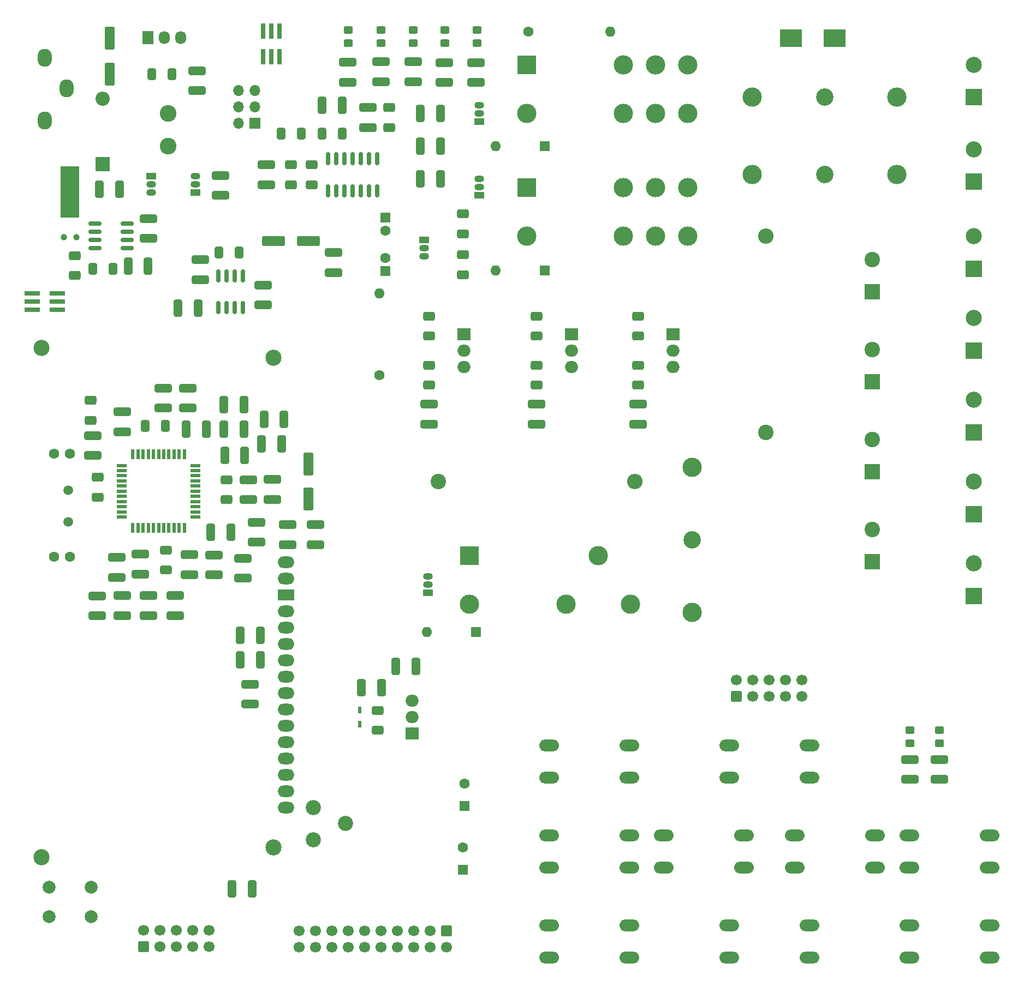
<source format=gbr>
%TF.GenerationSoftware,KiCad,Pcbnew,(6.0.5)*%
%TF.CreationDate,2023-01-24T13:05:23+01:00*%
%TF.ProjectId,Panel,50616e65-6c2e-46b6-9963-61645f706362,rev?*%
%TF.SameCoordinates,Original*%
%TF.FileFunction,Soldermask,Top*%
%TF.FilePolarity,Negative*%
%FSLAX46Y46*%
G04 Gerber Fmt 4.6, Leading zero omitted, Abs format (unit mm)*
G04 Created by KiCad (PCBNEW (6.0.5)) date 2023-01-24 13:05:23*
%MOMM*%
%LPD*%
G01*
G04 APERTURE LIST*
G04 Aperture macros list*
%AMRoundRect*
0 Rectangle with rounded corners*
0 $1 Rounding radius*
0 $2 $3 $4 $5 $6 $7 $8 $9 X,Y pos of 4 corners*
0 Add a 4 corners polygon primitive as box body*
4,1,4,$2,$3,$4,$5,$6,$7,$8,$9,$2,$3,0*
0 Add four circle primitives for the rounded corners*
1,1,$1+$1,$2,$3*
1,1,$1+$1,$4,$5*
1,1,$1+$1,$6,$7*
1,1,$1+$1,$8,$9*
0 Add four rect primitives between the rounded corners*
20,1,$1+$1,$2,$3,$4,$5,0*
20,1,$1+$1,$4,$5,$6,$7,0*
20,1,$1+$1,$6,$7,$8,$9,0*
20,1,$1+$1,$8,$9,$2,$3,0*%
G04 Aperture macros list end*
%ADD10C,1.500000*%
%ADD11RoundRect,0.250000X0.400000X1.075000X-0.400000X1.075000X-0.400000X-1.075000X0.400000X-1.075000X0*%
%ADD12R,1.600000X1.600000*%
%ADD13O,1.600000X1.600000*%
%ADD14O,3.048000X1.850000*%
%ADD15C,2.700000*%
%ADD16C,3.000000*%
%ADD17RoundRect,0.250000X-0.650000X0.412500X-0.650000X-0.412500X0.650000X-0.412500X0.650000X0.412500X0*%
%ADD18RoundRect,0.250000X1.075000X-0.400000X1.075000X0.400000X-1.075000X0.400000X-1.075000X-0.400000X0*%
%ADD19C,1.600000*%
%ADD20R,2.500000X2.500000*%
%ADD21C,2.500000*%
%ADD22C,2.400000*%
%ADD23O,2.400000X2.400000*%
%ADD24RoundRect,0.250000X0.650000X-0.412500X0.650000X0.412500X-0.650000X0.412500X-0.650000X-0.412500X0*%
%ADD25RoundRect,0.250000X0.450000X-0.325000X0.450000X0.325000X-0.450000X0.325000X-0.450000X-0.325000X0*%
%ADD26RoundRect,0.250000X-0.400000X-1.075000X0.400000X-1.075000X0.400000X1.075000X-0.400000X1.075000X0*%
%ADD27RoundRect,0.250000X-1.075000X0.400000X-1.075000X-0.400000X1.075000X-0.400000X1.075000X0.400000X0*%
%ADD28R,1.500000X1.050000*%
%ADD29O,1.500000X1.050000*%
%ADD30R,1.500000X0.550000*%
%ADD31R,0.550000X1.500000*%
%ADD32RoundRect,0.250000X0.412500X0.650000X-0.412500X0.650000X-0.412500X-0.650000X0.412500X-0.650000X0*%
%ADD33R,2.400000X2.400000*%
%ADD34R,1.700000X1.700000*%
%ADD35O,1.700000X1.700000*%
%ADD36R,1.730000X2.030000*%
%ADD37O,1.730000X2.030000*%
%ADD38RoundRect,0.250000X0.600000X-0.600000X0.600000X0.600000X-0.600000X0.600000X-0.600000X-0.600000X0*%
%ADD39C,1.700000*%
%ADD40R,2.000000X1.905000*%
%ADD41O,2.000000X1.905000*%
%ADD42R,2.600000X1.800000*%
%ADD43O,2.600000X1.800000*%
%ADD44R,2.400000X0.740000*%
%ADD45RoundRect,0.250000X-0.412500X-0.650000X0.412500X-0.650000X0.412500X0.650000X-0.412500X0.650000X0*%
%ADD46R,0.740000X2.400000*%
%ADD47RoundRect,0.250000X1.500000X0.550000X-1.500000X0.550000X-1.500000X-0.550000X1.500000X-0.550000X0*%
%ADD48C,2.000000*%
%ADD49R,2.200000X2.200000*%
%ADD50O,2.200000X2.200000*%
%ADD51R,3.000000X3.000000*%
%ADD52RoundRect,0.150000X-0.825000X-0.150000X0.825000X-0.150000X0.825000X0.150000X-0.825000X0.150000X0*%
%ADD53C,2.600000*%
%ADD54C,2.340000*%
%ADD55RoundRect,0.150000X0.150000X-0.825000X0.150000X0.825000X-0.150000X0.825000X-0.150000X-0.825000X0*%
%ADD56C,1.000000*%
%ADD57R,3.000000X8.000000*%
%ADD58R,0.600000X1.100000*%
%ADD59RoundRect,0.250000X0.550000X-1.500000X0.550000X1.500000X-0.550000X1.500000X-0.550000X-1.500000X0*%
%ADD60RoundRect,0.250000X-0.550000X1.500000X-0.550000X-1.500000X0.550000X-1.500000X0.550000X1.500000X0*%
%ADD61RoundRect,0.250000X-0.600000X0.600000X-0.600000X-0.600000X0.600000X-0.600000X0.600000X0.600000X0*%
%ADD62O,2.200000X2.800000*%
%ADD63R,3.500000X2.700000*%
%ADD64RoundRect,0.150000X-0.150000X0.825000X-0.150000X-0.825000X0.150000X-0.825000X0.150000X0.825000X0*%
G04 APERTURE END LIST*
D10*
%TO.C,Y2*%
X25527000Y-94887000D03*
X25527000Y-90007000D03*
%TD*%
D11*
%TO.C,R33*%
X45619000Y-61722000D03*
X42519000Y-61722000D03*
%TD*%
D12*
%TO.C,D7*%
X99441000Y-55880000D03*
D13*
X91821000Y-55880000D03*
%TD*%
D14*
%TO.C,SW3*%
X112549000Y-162560000D03*
X100049000Y-162560000D03*
X112549000Y-157560000D03*
X100049000Y-157560000D03*
%TD*%
D15*
%TO.C,F3*%
X142801000Y-41021000D03*
D16*
X154051000Y-41021000D03*
X131551000Y-41021000D03*
%TD*%
D17*
%TO.C,C34*%
X86741000Y-47078500D03*
X86741000Y-50203500D03*
%TD*%
D18*
%TO.C,R37*%
X45974000Y-57329000D03*
X45974000Y-54229000D03*
%TD*%
D19*
%TO.C,C28*%
X25761000Y-100330000D03*
X23261000Y-100330000D03*
%TD*%
D20*
%TO.C,J9*%
X165981000Y-80986000D03*
D21*
X165981000Y-75986000D03*
%TD*%
D22*
%TO.C,R17*%
X133731000Y-81031000D03*
D23*
X133731000Y-50551000D03*
%TD*%
D24*
%TO.C,C7*%
X98171000Y-73698500D03*
X98171000Y-70573500D03*
%TD*%
D25*
%TO.C,D12*%
X88891000Y-20581000D03*
X88891000Y-18531000D03*
%TD*%
D22*
%TO.C,R9*%
X82926000Y-88646000D03*
D23*
X113406000Y-88646000D03*
%TD*%
D26*
%TO.C,R24*%
X52171000Y-112522000D03*
X55271000Y-112522000D03*
%TD*%
D27*
%TO.C,R25*%
X54737000Y-94970000D03*
X54737000Y-98070000D03*
%TD*%
D11*
%TO.C,R10*%
X83211000Y-36576000D03*
X80111000Y-36576000D03*
%TD*%
D12*
%TO.C,D4*%
X88773000Y-112014000D03*
D13*
X81153000Y-112014000D03*
%TD*%
D18*
%TO.C,R51*%
X29337000Y-84608000D03*
X29337000Y-81508000D03*
%TD*%
D14*
%TO.C,SW8*%
X140489000Y-134620000D03*
X127989000Y-134620000D03*
X140489000Y-129620000D03*
X127989000Y-129620000D03*
%TD*%
D20*
%TO.C,J8*%
X165981000Y-93686000D03*
D21*
X165981000Y-88686000D03*
%TD*%
D27*
%TO.C,R13*%
X83820000Y-23596000D03*
X83820000Y-26696000D03*
%TD*%
D28*
%TO.C,Q2*%
X89281000Y-44196000D03*
D29*
X89281000Y-42926000D03*
X89281000Y-41656000D03*
%TD*%
D14*
%TO.C,SW6*%
X150649000Y-148590000D03*
X138149000Y-148590000D03*
X150649000Y-143590000D03*
X138149000Y-143590000D03*
%TD*%
D27*
%TO.C,R6*%
X79000000Y-23450000D03*
X79000000Y-26550000D03*
%TD*%
D25*
%TO.C,D9*%
X156083000Y-129295000D03*
X156083000Y-127245000D03*
%TD*%
D24*
%TO.C,C19*%
X26543000Y-56680500D03*
X26543000Y-53555500D03*
%TD*%
D30*
%TO.C,U8*%
X33816000Y-86151000D03*
X33816000Y-86951000D03*
X33816000Y-87751000D03*
X33816000Y-88551000D03*
X33816000Y-89351000D03*
X33816000Y-90151000D03*
X33816000Y-90951000D03*
X33816000Y-91751000D03*
X33816000Y-92551000D03*
X33816000Y-93351000D03*
X33816000Y-94151000D03*
D31*
X35516000Y-95851000D03*
X36316000Y-95851000D03*
X37116000Y-95851000D03*
X37916000Y-95851000D03*
X38716000Y-95851000D03*
X39516000Y-95851000D03*
X40316000Y-95851000D03*
X41116000Y-95851000D03*
X41916000Y-95851000D03*
X42716000Y-95851000D03*
X43516000Y-95851000D03*
D30*
X45216000Y-94151000D03*
X45216000Y-93351000D03*
X45216000Y-92551000D03*
X45216000Y-91751000D03*
X45216000Y-90951000D03*
X45216000Y-90151000D03*
X45216000Y-89351000D03*
X45216000Y-88551000D03*
X45216000Y-87751000D03*
X45216000Y-86951000D03*
X45216000Y-86151000D03*
D31*
X43516000Y-84451000D03*
X42716000Y-84451000D03*
X41916000Y-84451000D03*
X41116000Y-84451000D03*
X40316000Y-84451000D03*
X39516000Y-84451000D03*
X38716000Y-84451000D03*
X37916000Y-84451000D03*
X37116000Y-84451000D03*
X36316000Y-84451000D03*
X35516000Y-84451000D03*
%TD*%
D24*
%TO.C,C30*%
X50038000Y-91478500D03*
X50038000Y-88353500D03*
%TD*%
D32*
%TO.C,C24*%
X40590000Y-79991000D03*
X37465000Y-79991000D03*
%TD*%
D25*
%TO.C,D3*%
X79000000Y-20581000D03*
X79000000Y-18531000D03*
%TD*%
D33*
%TO.C,C14*%
X150241000Y-101129959D03*
D22*
X150241000Y-96129959D03*
%TD*%
D18*
%TO.C,R53*%
X63881000Y-98451000D03*
X63881000Y-95351000D03*
%TD*%
D25*
%TO.C,D6*%
X83891000Y-20581000D03*
X83891000Y-18531000D03*
%TD*%
D18*
%TO.C,R26*%
X29972000Y-109500000D03*
X29972000Y-106400000D03*
%TD*%
D17*
%TO.C,C3*%
X113883500Y-62953500D03*
X113883500Y-66078500D03*
%TD*%
D34*
%TO.C,J4*%
X54488000Y-33005000D03*
D35*
X51948000Y-33005000D03*
X54488000Y-30465000D03*
X51948000Y-30465000D03*
X54488000Y-27925000D03*
X51948000Y-27925000D03*
%TD*%
D27*
%TO.C,R15*%
X88773000Y-23596000D03*
X88773000Y-26696000D03*
%TD*%
D18*
%TO.C,R20*%
X49149000Y-44222000D03*
X49149000Y-41122000D03*
%TD*%
%TO.C,R7*%
X66675000Y-56186000D03*
X66675000Y-53086000D03*
%TD*%
D20*
%TO.C,J7*%
X165981000Y-106386000D03*
D21*
X165981000Y-101386000D03*
%TD*%
D24*
%TO.C,C11*%
X86741000Y-56553500D03*
X86741000Y-53428500D03*
%TD*%
D19*
%TO.C,F1*%
X73787000Y-72136000D03*
D13*
X73787000Y-59436000D03*
%TD*%
D36*
%TO.C,J5*%
X37891000Y-19691000D03*
D37*
X40431000Y-19691000D03*
X42971000Y-19691000D03*
%TD*%
D27*
%TO.C,R56*%
X68834000Y-23570600D03*
X68834000Y-26670600D03*
%TD*%
D38*
%TO.C,J13*%
X129154000Y-121965000D03*
D39*
X129154000Y-119425000D03*
X131694000Y-121965000D03*
X131694000Y-119425000D03*
X134234000Y-121965000D03*
X134234000Y-119425000D03*
X136774000Y-121965000D03*
X136774000Y-119425000D03*
X139314000Y-121965000D03*
X139314000Y-119425000D03*
%TD*%
D27*
%TO.C,R35*%
X48133000Y-100050000D03*
X48133000Y-103150000D03*
%TD*%
D40*
%TO.C,U3*%
X103576000Y-65786000D03*
D41*
X103576000Y-68326000D03*
X103576000Y-70866000D03*
%TD*%
D17*
%TO.C,C10*%
X75311000Y-30568500D03*
X75311000Y-33693500D03*
%TD*%
D38*
%TO.C,J12*%
X37211000Y-160899500D03*
D39*
X37211000Y-158359500D03*
X39751000Y-160899500D03*
X39751000Y-158359500D03*
X42291000Y-160899500D03*
X42291000Y-158359500D03*
X44831000Y-160899500D03*
X44831000Y-158359500D03*
X47371000Y-160899500D03*
X47371000Y-158359500D03*
%TD*%
D15*
%TO.C,F2*%
X142801000Y-28956000D03*
D16*
X154051000Y-28956000D03*
X131551000Y-28956000D03*
%TD*%
D26*
%TO.C,R60*%
X50901000Y-151892000D03*
X54001000Y-151892000D03*
%TD*%
D32*
%TO.C,C2*%
X61633500Y-34671000D03*
X58508500Y-34671000D03*
%TD*%
D14*
%TO.C,SW2*%
X112549000Y-148590000D03*
X100049000Y-148590000D03*
X112549000Y-143590000D03*
X100049000Y-143590000D03*
%TD*%
D21*
%TO.C,U5*%
X21309000Y-146942000D03*
X57309000Y-69442000D03*
X21309000Y-67942000D03*
X57309000Y-145442000D03*
D42*
X59309000Y-106222000D03*
D43*
X59309000Y-108762000D03*
X59309000Y-111302000D03*
X59309000Y-113842000D03*
X59309000Y-116382000D03*
X59309000Y-118922000D03*
X59309000Y-121462000D03*
X59309000Y-124002000D03*
X59309000Y-126542000D03*
X59309000Y-129082000D03*
X59309000Y-131622000D03*
X59309000Y-134162000D03*
X59306460Y-136707080D03*
X59309000Y-139242000D03*
X59309000Y-101142000D03*
X59306460Y-103687080D03*
%TD*%
D27*
%TO.C,R38*%
X36703000Y-99923000D03*
X36703000Y-103023000D03*
%TD*%
%TO.C,R8*%
X74000000Y-23450000D03*
X74000000Y-26550000D03*
%TD*%
D26*
%TO.C,R44*%
X43789000Y-80518000D03*
X46889000Y-80518000D03*
%TD*%
D27*
%TO.C,R42*%
X42056000Y-106381000D03*
X42056000Y-109481000D03*
%TD*%
D14*
%TO.C,SW5*%
X130329000Y-148590000D03*
X117829000Y-148590000D03*
X130329000Y-143590000D03*
X117829000Y-143590000D03*
%TD*%
D18*
%TO.C,R54*%
X59563000Y-98451000D03*
X59563000Y-95351000D03*
%TD*%
D26*
%TO.C,R32*%
X47599000Y-96520000D03*
X50699000Y-96520000D03*
%TD*%
D18*
%TO.C,R45*%
X44069000Y-77242000D03*
X44069000Y-74142000D03*
%TD*%
D11*
%TO.C,R27*%
X58954000Y-78994000D03*
X55854000Y-78994000D03*
%TD*%
D33*
%TO.C,C17*%
X150241000Y-59219959D03*
D22*
X150241000Y-54219959D03*
%TD*%
D19*
%TO.C,C27*%
X23261000Y-84328000D03*
X25761000Y-84328000D03*
%TD*%
D33*
%TO.C,C15*%
X150241000Y-87159959D03*
D22*
X150241000Y-82159959D03*
%TD*%
D27*
%TO.C,R34*%
X33909000Y-106381000D03*
X33909000Y-109481000D03*
%TD*%
D26*
%TO.C,R48*%
X49758000Y-84582000D03*
X52858000Y-84582000D03*
%TD*%
D44*
%TO.C,J15*%
X19894000Y-59436000D03*
X23794000Y-59436000D03*
X19894000Y-60706000D03*
X23794000Y-60706000D03*
X19894000Y-61976000D03*
X23794000Y-61976000D03*
%TD*%
D20*
%TO.C,J2*%
X165981000Y-42056000D03*
D21*
X165981000Y-37056000D03*
%TD*%
D27*
%TO.C,R40*%
X160655000Y-131800000D03*
X160655000Y-134900000D03*
%TD*%
D28*
%TO.C,U9*%
X80666000Y-51181000D03*
D29*
X80666000Y-52451000D03*
X80666000Y-53721000D03*
%TD*%
D18*
%TO.C,R52*%
X53467000Y-91466000D03*
X53467000Y-88366000D03*
%TD*%
D12*
%TO.C,C23*%
X86995000Y-139066651D03*
D19*
X86995000Y-135566651D03*
%TD*%
D45*
%TO.C,C32*%
X48856500Y-53086000D03*
X51981500Y-53086000D03*
%TD*%
D20*
%TO.C,J10*%
X165981000Y-68286000D03*
D21*
X165981000Y-63286000D03*
%TD*%
D40*
%TO.C,U2*%
X119288500Y-65786000D03*
D41*
X119288500Y-68326000D03*
X119288500Y-70866000D03*
%TD*%
D19*
%TO.C,F5*%
X96901000Y-18796000D03*
D13*
X109601000Y-18796000D03*
%TD*%
D46*
%TO.C,J3*%
X58293000Y-18751000D03*
X58293000Y-22651000D03*
X57023000Y-18751000D03*
X57023000Y-22651000D03*
X55753000Y-18751000D03*
X55753000Y-22651000D03*
%TD*%
D14*
%TO.C,SW1*%
X112549000Y-134620000D03*
X100049000Y-134620000D03*
X112549000Y-129620000D03*
X100049000Y-129620000D03*
%TD*%
D25*
%TO.C,D10*%
X160655000Y-129295000D03*
X160655000Y-127245000D03*
%TD*%
D28*
%TO.C,Q1*%
X81259000Y-105918000D03*
D29*
X81259000Y-104648000D03*
X81259000Y-103378000D03*
%TD*%
D20*
%TO.C,J11*%
X165981000Y-55586000D03*
D21*
X165981000Y-50586000D03*
%TD*%
D24*
%TO.C,C6*%
X113883500Y-73698500D03*
X113883500Y-70573500D03*
%TD*%
D47*
%TO.C,C20*%
X62771000Y-51308000D03*
X57371000Y-51308000D03*
%TD*%
D11*
%TO.C,R16*%
X83211000Y-31496000D03*
X80111000Y-31496000D03*
%TD*%
%TO.C,R59*%
X79401000Y-117348000D03*
X76301000Y-117348000D03*
%TD*%
D27*
%TO.C,R29*%
X52578000Y-100558000D03*
X52578000Y-103658000D03*
%TD*%
D45*
%TO.C,C13*%
X38442500Y-25400000D03*
X41567500Y-25400000D03*
%TD*%
D48*
%TO.C,SW10*%
X29031000Y-156174000D03*
X22531000Y-156174000D03*
X29031000Y-151674000D03*
X22531000Y-151674000D03*
%TD*%
D14*
%TO.C,SW7*%
X168429000Y-148590000D03*
X155929000Y-148590000D03*
X168429000Y-143590000D03*
X155929000Y-143590000D03*
%TD*%
%TO.C,SW9*%
X140489000Y-162560000D03*
X127989000Y-162560000D03*
X140489000Y-157560000D03*
X127989000Y-157560000D03*
%TD*%
D27*
%TO.C,R39*%
X44323000Y-100031000D03*
X44323000Y-103131000D03*
%TD*%
D45*
%TO.C,C31*%
X64858500Y-34671000D03*
X67983500Y-34671000D03*
%TD*%
D14*
%TO.C,SW4*%
X168429000Y-162560000D03*
X155929000Y-162560000D03*
X168429000Y-157560000D03*
X155929000Y-157560000D03*
%TD*%
D27*
%TO.C,R36*%
X156083000Y-131800000D03*
X156083000Y-134900000D03*
%TD*%
D32*
%TO.C,C33*%
X32423500Y-55626000D03*
X29298500Y-55626000D03*
%TD*%
D18*
%TO.C,R14*%
X53721000Y-123216000D03*
X53721000Y-120116000D03*
%TD*%
D12*
%TO.C,C35*%
X74676000Y-47685888D03*
D19*
X74676000Y-49685888D03*
%TD*%
D49*
%TO.C,D8*%
X30861000Y-39370000D03*
D50*
X30861000Y-29210000D03*
%TD*%
D11*
%TO.C,R11*%
X83211000Y-41656000D03*
X80111000Y-41656000D03*
%TD*%
D28*
%TO.C,Q3*%
X38375000Y-41275000D03*
D29*
X38375000Y-42545000D03*
X38375000Y-43815000D03*
%TD*%
D18*
%TO.C,R22*%
X37973000Y-50927000D03*
X37973000Y-47827000D03*
%TD*%
D16*
%TO.C,K1*%
X107733500Y-100178500D03*
X102733500Y-107678500D03*
X112733500Y-107678500D03*
D51*
X87733500Y-100178500D03*
D16*
X87733500Y-107678500D03*
%TD*%
D52*
%TO.C,U6*%
X29656000Y-48641000D03*
X29656000Y-49911000D03*
X29656000Y-51181000D03*
X29656000Y-52451000D03*
X34606000Y-52451000D03*
X34606000Y-51181000D03*
X34606000Y-49911000D03*
X34606000Y-48641000D03*
%TD*%
D53*
%TO.C,L1*%
X41021000Y-31536000D03*
X41021000Y-36536000D03*
%TD*%
D18*
%TO.C,R47*%
X33909000Y-80925000D03*
X33909000Y-77825000D03*
%TD*%
D24*
%TO.C,C8*%
X81498500Y-73698500D03*
X81498500Y-70573500D03*
%TD*%
D54*
%TO.C,RV1*%
X63540000Y-139257000D03*
X68540000Y-141757000D03*
X63540000Y-144257000D03*
%TD*%
D27*
%TO.C,R31*%
X33020000Y-100431000D03*
X33020000Y-103531000D03*
%TD*%
D16*
%TO.C,K2*%
X116623500Y-50528500D03*
X116623500Y-43028500D03*
X111623500Y-50528500D03*
X111623500Y-43028500D03*
X121623500Y-43028500D03*
X121623500Y-50528500D03*
D51*
X96623500Y-43028500D03*
D16*
X96623500Y-50528500D03*
%TD*%
D17*
%TO.C,C9*%
X63246000Y-39458500D03*
X63246000Y-42583500D03*
%TD*%
D28*
%TO.C,Q5*%
X89281000Y-32766000D03*
D29*
X89281000Y-31496000D03*
X89281000Y-30226000D03*
%TD*%
D24*
%TO.C,C5*%
X81498500Y-66078500D03*
X81498500Y-62953500D03*
%TD*%
D17*
%TO.C,C36*%
X73533000Y-124167500D03*
X73533000Y-127292500D03*
%TD*%
D12*
%TO.C,C18*%
X74676000Y-55946113D03*
D19*
X74676000Y-53946113D03*
%TD*%
D27*
%TO.C,R30*%
X55753000Y-58140000D03*
X55753000Y-61240000D03*
%TD*%
D55*
%TO.C,U1*%
X65786000Y-43496000D03*
X67056000Y-43496000D03*
X68326000Y-43496000D03*
X69596000Y-43496000D03*
X70866000Y-43496000D03*
X72136000Y-43496000D03*
X73406000Y-43496000D03*
X73406000Y-38546000D03*
X72136000Y-38546000D03*
X70866000Y-38546000D03*
X69596000Y-38546000D03*
X68326000Y-38546000D03*
X67056000Y-38546000D03*
X65786000Y-38546000D03*
%TD*%
D25*
%TO.C,D5*%
X74000000Y-20583000D03*
X74000000Y-18533000D03*
%TD*%
D12*
%TO.C,C22*%
X86741000Y-148972651D03*
D19*
X86741000Y-145472651D03*
%TD*%
D18*
%TO.C,R55*%
X57150000Y-91440000D03*
X57150000Y-88340000D03*
%TD*%
D56*
%TO.C,Y1*%
X26731000Y-50716000D03*
X24831000Y-50716000D03*
D57*
X25781000Y-43716000D03*
%TD*%
D58*
%TO.C,D16*%
X70739000Y-126322000D03*
X70739000Y-124122000D03*
%TD*%
D59*
%TO.C,C21*%
X62738000Y-91346000D03*
X62738000Y-85946000D03*
%TD*%
D17*
%TO.C,C4*%
X98171000Y-62953500D03*
X98171000Y-66078500D03*
%TD*%
D26*
%TO.C,R49*%
X55473000Y-82804000D03*
X58573000Y-82804000D03*
%TD*%
D15*
%TO.C,F4*%
X122301000Y-97716000D03*
D16*
X122301000Y-108966000D03*
X122301000Y-86466000D03*
%TD*%
D60*
%TO.C,C12*%
X31891000Y-19806000D03*
X31891000Y-25406000D03*
%TD*%
D16*
%TO.C,K3*%
X116623500Y-31478500D03*
X116623500Y-23978500D03*
X111623500Y-31478500D03*
X111623500Y-23978500D03*
X121623500Y-31478500D03*
X121623500Y-23978500D03*
D51*
X96623500Y-23978500D03*
D16*
X96623500Y-31478500D03*
%TD*%
D27*
%TO.C,R41*%
X37973000Y-106381000D03*
X37973000Y-109481000D03*
%TD*%
D26*
%TO.C,R19*%
X30327000Y-43307000D03*
X33427000Y-43307000D03*
%TD*%
D61*
%TO.C,J14*%
X84201000Y-158378500D03*
D39*
X84201000Y-160918500D03*
X81661000Y-158378500D03*
X81661000Y-160918500D03*
X79121000Y-158378500D03*
X79121000Y-160918500D03*
X76581000Y-158378500D03*
X76581000Y-160918500D03*
X74041000Y-158378500D03*
X74041000Y-160918500D03*
X71501000Y-158378500D03*
X71501000Y-160918500D03*
X68961000Y-158378500D03*
X68961000Y-160918500D03*
X66421000Y-158378500D03*
X66421000Y-160918500D03*
X63881000Y-158378500D03*
X63881000Y-160918500D03*
X61341000Y-158378500D03*
X61341000Y-160918500D03*
%TD*%
D40*
%TO.C,D15*%
X78796000Y-127762000D03*
D41*
X78796000Y-125222000D03*
X78796000Y-122682000D03*
%TD*%
D26*
%TO.C,R28*%
X52171000Y-116332000D03*
X55271000Y-116332000D03*
%TD*%
D62*
%TO.C,BT1*%
X21814500Y-22886000D03*
X21814500Y-32586000D03*
X25214500Y-27586000D03*
%TD*%
D17*
%TO.C,C1*%
X60071000Y-39458500D03*
X60071000Y-42583500D03*
%TD*%
D27*
%TO.C,R1*%
X113883500Y-76656000D03*
X113883500Y-79756000D03*
%TD*%
D20*
%TO.C,J1*%
X165989000Y-28956000D03*
D21*
X165989000Y-23956000D03*
%TD*%
D12*
%TO.C,D11*%
X99441000Y-36576000D03*
D13*
X91821000Y-36576000D03*
%TD*%
D63*
%TO.C,D1*%
X137570000Y-19812000D03*
X144370000Y-19812000D03*
%TD*%
D18*
%TO.C,R46*%
X40259000Y-77242000D03*
X40259000Y-74142000D03*
%TD*%
%TO.C,R4*%
X56261000Y-42571000D03*
X56261000Y-39471000D03*
%TD*%
D25*
%TO.C,D13*%
X68891000Y-20581000D03*
X68891000Y-18531000D03*
%TD*%
D27*
%TO.C,R2*%
X98171000Y-76656000D03*
X98171000Y-79756000D03*
%TD*%
D24*
%TO.C,C25*%
X28956000Y-79159500D03*
X28956000Y-76034500D03*
%TD*%
D26*
%TO.C,R5*%
X64871000Y-30226000D03*
X67971000Y-30226000D03*
%TD*%
D18*
%TO.C,R12*%
X72009000Y-33681000D03*
X72009000Y-30581000D03*
%TD*%
D17*
%TO.C,C29*%
X30099000Y-87953500D03*
X30099000Y-91078500D03*
%TD*%
D28*
%TO.C,Q4*%
X45191000Y-43815000D03*
D29*
X45191000Y-42545000D03*
X45191000Y-41275000D03*
%TD*%
D26*
%TO.C,R58*%
X70967000Y-120650000D03*
X74067000Y-120650000D03*
%TD*%
D24*
%TO.C,C26*%
X40640000Y-102400500D03*
X40640000Y-99275500D03*
%TD*%
D26*
%TO.C,R50*%
X49631000Y-80518000D03*
X52731000Y-80518000D03*
%TD*%
%TO.C,R43*%
X49631000Y-76708000D03*
X52731000Y-76708000D03*
%TD*%
D33*
%TO.C,C16*%
X150241000Y-73189959D03*
D22*
X150241000Y-68189959D03*
%TD*%
D40*
%TO.C,U4*%
X86903500Y-65786000D03*
D41*
X86903500Y-68326000D03*
X86903500Y-70866000D03*
%TD*%
D11*
%TO.C,R21*%
X37872000Y-55245000D03*
X34772000Y-55245000D03*
%TD*%
D27*
%TO.C,R3*%
X81498500Y-76656000D03*
X81498500Y-79756000D03*
%TD*%
D18*
%TO.C,R18*%
X45466000Y-27966000D03*
X45466000Y-24866000D03*
%TD*%
D64*
%TO.C,U7*%
X52578000Y-56707000D03*
X51308000Y-56707000D03*
X50038000Y-56707000D03*
X48768000Y-56707000D03*
X48768000Y-61657000D03*
X50038000Y-61657000D03*
X51308000Y-61657000D03*
X52578000Y-61657000D03*
%TD*%
M02*

</source>
